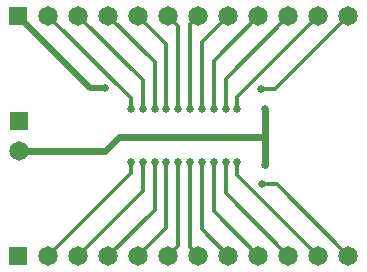
<source format=gbl>
G04 (created by PCBNEW (2013-04-03 BZR 4062)-testing) date Thu 04 Apr 2013 12:24:56 AM CEST*
%MOIN*%
G04 Gerber Fmt 3.4, Leading zero omitted, Abs format*
%FSLAX34Y34*%
G01*
G70*
G90*
G04 APERTURE LIST*
%ADD10C,2.3622e-06*%
%ADD11R,0.0649606X0.0649606*%
%ADD12C,0.0649606*%
%ADD13C,0.025*%
%ADD14C,0.012*%
%ADD15C,0.024*%
%ADD16C,0.02*%
G04 APERTURE END LIST*
G54D10*
G54D11*
X55500Y-49000D03*
G54D12*
X56500Y-49000D03*
X57500Y-49000D03*
X58500Y-49000D03*
X59500Y-49000D03*
X60500Y-49000D03*
X61500Y-49000D03*
X62500Y-49000D03*
X63500Y-49000D03*
X64500Y-49000D03*
X65500Y-49000D03*
X66500Y-49000D03*
G54D11*
X55500Y-41000D03*
G54D12*
X56500Y-41000D03*
X57500Y-41000D03*
X58500Y-41000D03*
X59500Y-41000D03*
X60500Y-41000D03*
X61500Y-41000D03*
X62500Y-41000D03*
X63500Y-41000D03*
X64500Y-41000D03*
X65500Y-41000D03*
X66500Y-41000D03*
G54D11*
X55511Y-44500D03*
G54D12*
X55511Y-45500D03*
G54D13*
X59645Y-45866D03*
X60039Y-44094D03*
X60039Y-45866D03*
X60433Y-45866D03*
X60826Y-45866D03*
X62401Y-44094D03*
X62007Y-44094D03*
X61614Y-44094D03*
X61220Y-44094D03*
X60826Y-44094D03*
X60433Y-44094D03*
X61220Y-45866D03*
X61614Y-45866D03*
X62007Y-45866D03*
X62401Y-45866D03*
X62795Y-45866D03*
X63622Y-46614D03*
X63600Y-43450D03*
X62795Y-44094D03*
X59251Y-44094D03*
X59251Y-45866D03*
X59645Y-44094D03*
X63720Y-45984D03*
X63720Y-44114D03*
X58400Y-43400D03*
G54D14*
X59645Y-46854D02*
X57500Y-49000D01*
X59645Y-45866D02*
X59645Y-46854D01*
X60039Y-42539D02*
X58500Y-41000D01*
X60039Y-44094D02*
X60039Y-42539D01*
X60039Y-47460D02*
X58500Y-49000D01*
X60039Y-45866D02*
X60039Y-47460D01*
X60433Y-48066D02*
X59500Y-49000D01*
X60433Y-45866D02*
X60433Y-48066D01*
X60826Y-48673D02*
X60500Y-49000D01*
X60826Y-45866D02*
X60826Y-48673D01*
X62401Y-43098D02*
X64500Y-41000D01*
X62401Y-44094D02*
X62401Y-43098D01*
X62007Y-42492D02*
X63500Y-41000D01*
X62007Y-44094D02*
X62007Y-42492D01*
X61614Y-41885D02*
X62500Y-41000D01*
X61614Y-44094D02*
X61614Y-41885D01*
X61220Y-41279D02*
X61500Y-41000D01*
X61220Y-44094D02*
X61220Y-41279D01*
X60826Y-41326D02*
X60500Y-41000D01*
X60826Y-44094D02*
X60826Y-41326D01*
X60433Y-41933D02*
X59500Y-41000D01*
X60433Y-44094D02*
X60433Y-41933D01*
X61220Y-48720D02*
X61500Y-49000D01*
X61220Y-45866D02*
X61220Y-48720D01*
X61614Y-48114D02*
X62500Y-49000D01*
X61614Y-45866D02*
X61614Y-48114D01*
X62007Y-47507D02*
X63500Y-49000D01*
X62007Y-45866D02*
X62007Y-47507D01*
X62401Y-46901D02*
X64500Y-49000D01*
X62401Y-45866D02*
X62401Y-46901D01*
X62795Y-46295D02*
X65500Y-49000D01*
X62795Y-45866D02*
X62795Y-46295D01*
X64114Y-46614D02*
X66500Y-49000D01*
X63622Y-46614D02*
X64114Y-46614D01*
X63600Y-43450D02*
X64050Y-43450D01*
X64050Y-43450D02*
X66500Y-41000D01*
X62795Y-43704D02*
X65500Y-41000D01*
X62795Y-44094D02*
X62795Y-43704D01*
X59251Y-43751D02*
X56500Y-41000D01*
X59251Y-44094D02*
X59251Y-43751D01*
X59251Y-46248D02*
X56500Y-49000D01*
X59251Y-45866D02*
X59251Y-46248D01*
X59645Y-43145D02*
X57500Y-41000D01*
X59645Y-44094D02*
X59645Y-43145D01*
G54D15*
X63720Y-45039D02*
X58848Y-45039D01*
X55511Y-45500D02*
X58387Y-45500D01*
X58387Y-45500D02*
X58848Y-45039D01*
X63720Y-44114D02*
X63720Y-45039D01*
X63720Y-45039D02*
X63720Y-44970D01*
X63720Y-44970D02*
X63720Y-45984D01*
G54D16*
X58400Y-43400D02*
X57900Y-43400D01*
X57900Y-43400D02*
X55500Y-41000D01*
M02*

</source>
